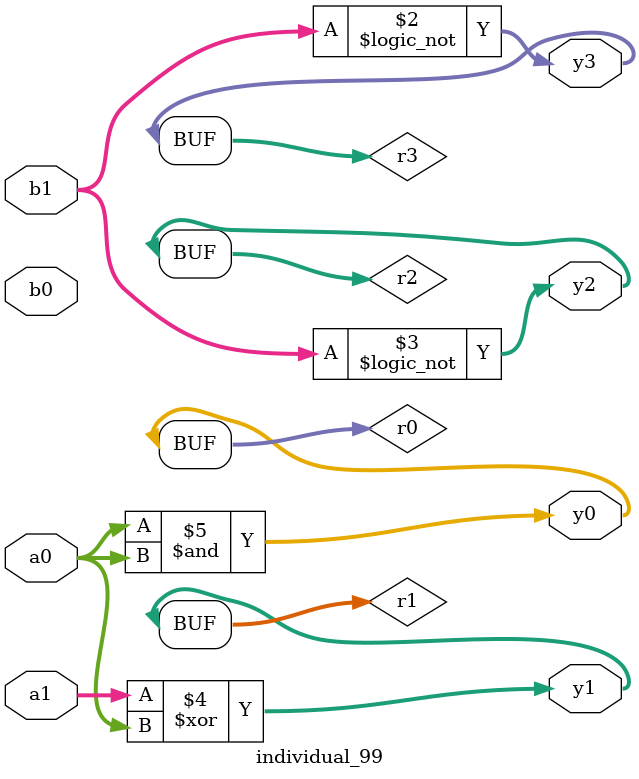
<source format=sv>
module individual_99(input logic [15:0] a1, input logic [15:0] a0, input logic [15:0] b1, input logic [15:0] b0, output logic [15:0] y3, output logic [15:0] y2, output logic [15:0] y1, output logic [15:0] y0);
logic [15:0] r0, r1, r2, r3; 
 always@(*) begin 
	 r0 = a0; r1 = a1; r2 = b0; r3 = b1; 
 	 r3 = ! r3 ;
 	 r2 = ! b1 ;
 	 r1  ^=  r0 ;
 	 r0  &=  r0 ;
 	 y3 = r3; y2 = r2; y1 = r1; y0 = r0; 
end
endmodule
</source>
